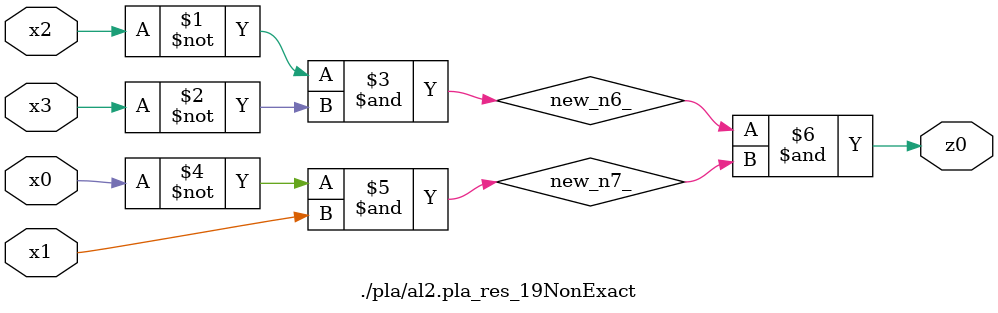
<source format=v>

module \./pla/al2.pla_res_19NonExact  ( 
    x0, x1, x2, x3,
    z0  );
  input  x0, x1, x2, x3;
  output z0;
  wire new_n6_, new_n7_;
  assign new_n6_ = ~x2 & ~x3;
  assign new_n7_ = ~x0 & x1;
  assign z0 = new_n6_ & new_n7_;
endmodule



</source>
